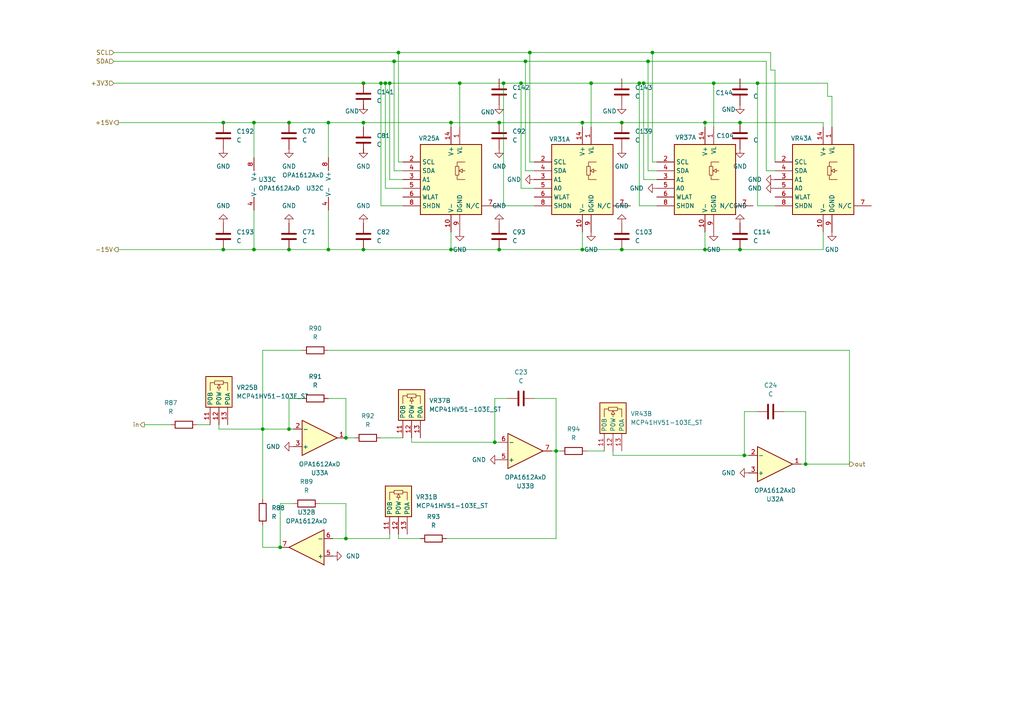
<source format=kicad_sch>
(kicad_sch (version 20250114) (generator "eeschema") (generator_version "9.0")
  (paper "A4")
  (lib_symbols
    (symbol "Amplifier_Operational:OPA1612AxD" (pin_names (offset 0.127))
      (property "Reference" "U" (at 0 5.08 0))
      (property "Value" "OPA1612AxD" (at 0 -5.08 0))
      (symbol "OPA1612AxD_1_1"
        (polyline (pts (xy -5.08 5.08) (xy 5.08 0) (xy -5.08 -5.08) (xy -5.08 5.08)) (stroke (width 0.254)) (fill (type background)))
        (pin input line (at -7.62 2.54 0) (length 2.54) (name "+") (number "3"))
        (pin input line (at -7.62 -2.54 0) (length 2.54) (name "-") (number "2"))
        (pin output line (at 7.62 0 180) (length 2.54) (name "~") (number "1"))
      )
      (symbol "OPA1612AxD_2_1"
        (polyline (pts (xy -5.08 5.08) (xy 5.08 0) (xy -5.08 -5.08) (xy -5.08 5.08)) (stroke (width 0.254)) (fill (type background)))
        (pin input line (at -7.62 2.54 0) (length 2.54) (name "+") (number "5"))
        (pin input line (at -7.62 -2.54 0) (length 2.54) (name "-") (number "6"))
        (pin output line (at 7.62 0 180) (length 2.54) (name "~") (number "7"))
      )
      (symbol "OPA1612AxD_3_1"
        (pin power_in line (at -2.54 7.62 270) (length 3.81) (name "V+") (number "8"))
        (pin power_in line (at -2.54 -7.62 90) (length 3.81) (name "V-") (number "4"))
      )
    )
    (symbol "Device:C" (pin_numbers (hide yes)) (pin_names (offset 0.254))
      (property "Reference" "C" (at 0.635 2.54 0))
      (property "Value" "C" (at 0.635 -2.54 0))
      (symbol "C_0_1"
        (polyline (pts (xy -2.032 0.762) (xy 2.032 0.762)) (stroke (width 0.508)))
        (polyline (pts (xy -2.032 -0.762) (xy 2.032 -0.762)) (stroke (width 0.508)))
      )
      (symbol "C_1_1"
        (pin passive line (at 0 3.81 270) (length 2.794) (name "~") (number "1"))
        (pin passive line (at 0 -3.81 90) (length 2.794) (name "~") (number "2"))
      )
    )
    (symbol "Device:R" (pin_numbers (hide yes)) (pin_names (offset 0))
      (property "Reference" "R" (at 2.032 0 90))
      (property "Value" "R" (at 0 0 90))
      (symbol "R_0_1"
        (rectangle (start -1.016 -2.54) (end 1.016 2.54) (stroke (width 0.254)))
      )
      (symbol "R_1_1"
        (pin passive line (at 0 3.81 270) (length 1.27) (name "~") (number "1"))
        (pin passive line (at 0 -3.81 90) (length 1.27) (name "~") (number "2"))
      )
    )
    (symbol "MCP41HV51-103E_ST:MCP41HV51-103E_ST"
      (property "Reference" "VR" (at 24.13 7.62 0))
      (property "Value" "MCP41HV51-103E_ST" (at 24.13 5.08 0))
      (symbol "MCP41HV51-103E_ST_0_1"
        (rectangle (start 15.24 -3.81) (end 16.256 -6.35))
        (polyline (pts (xy 15.748 -6.35) (xy 15.748 -7.62) (xy 18.034 -7.62)))
        (polyline (pts (xy 17.272 -4.572) (xy 16.256 -5.08) (xy 17.272 -5.588) (xy 17.272 -4.572)))
        (polyline (pts (xy 17.272 -5.08) (xy 18.034 -5.08)))
        (polyline (pts (xy 18.034 -2.54) (xy 15.748 -2.54) (xy 15.748 -3.81)))
      )
      (symbol "MCP41HV51-103E_ST_1_1"
        (rectangle (start 5.08 2.54) (end 22.86 -17.78) (stroke (width 0.254)) (fill (type background)))
        (pin passive line (at 0 -2.54 0) (length 5.08) (name "SCL") (number "2"))
        (pin passive line (at 0 -5.08 0) (length 5.08) (name "SDA") (number "4"))
        (pin passive line (at 0 -7.62 0) (length 5.08) (name "A1") (number "3"))
        (pin passive line (at 0 -10.16 0) (length 5.08) (name "A0") (number "5"))
        (pin passive line (at 0 -12.7 0) (length 5.08) (name "WLAT") (number "6"))
        (pin passive line (at 0 -15.24 0) (length 5.08) (name "SHDN") (number "8"))
        (pin passive line (at 13.97 7.62 270) (length 5.08) (name "V+") (number "14"))
        (pin passive line (at 13.97 -22.86 90) (length 5.08) (name "V-") (number "10"))
        (pin passive line (at 16.51 7.62 270) (length 5.08) (name "VL") (number "1"))
        (pin passive line (at 16.51 -22.86 90) (length 5.08) (name "DGND") (number "9"))
        (pin passive line (at 27.94 -15.24 180) (length 5.08) (name "N/C") (number "7"))
      )
      (symbol "MCP41HV51-103E_ST_2_1"
        (rectangle (start 13.97 -1.27) (end 22.86 -8.89) (stroke (width 0.254)) (fill (type background)))
        (pin passive line (at 27.94 -2.54 180) (length 5.08) (name "P0A") (number "13"))
        (pin passive line (at 27.94 -5.08 180) (length 5.08) (name "P0W") (number "12"))
        (pin passive line (at 27.94 -7.62 180) (length 5.08) (name "P0B") (number "11"))
      )
    )
    (symbol "power:GND" (power) (pin_numbers (hide yes)) (pin_names (offset 0) (hide yes))
      (property "Value" "GND" (at 0 -3.81 0))
      (symbol "GND_0_1"
        (polyline (pts (xy 0 0) (xy 0 -1.27) (xy 1.27 -1.27) (xy 0 -2.54) (xy -1.27 -1.27) (xy 0 -1.27)))
      )
      (symbol "GND_1_1"
        (pin power_in line (at 0 0 270) (length 0) (name "~") (number "1"))
      )
    )
  )
  (junction (at 73.66 72.39))
  (junction (at 95.25 72.39))
  (junction (at 105.41 24.13))
  (junction (at 187.96 17.78))
  (junction (at 207.01 24.13))
  (junction (at 105.41 72.39))
  (junction (at 64.77 72.39))
  (junction (at 114.3 17.78))
  (junction (at 95.25 35.56))
  (junction (at 110.49 24.13))
  (junction (at 143.51 128.27))
  (junction (at 83.82 35.56))
  (junction (at 100.33 127))
  (junction (at 64.77 35.56))
  (junction (at 161.29 130.81))
  (junction (at 73.66 35.56))
  (junction (at 76.2 124.46))
  (junction (at 100.33 156.21))
  (junction (at 152.4 17.78))
  (junction (at 180.34 72.39))
  (junction (at 219.71 24.13))
  (junction (at 146.05 24.13))
  (junction (at 105.41 35.56))
  (junction (at 189.23 15.24))
  (junction (at 185.42 24.13))
  (junction (at 115.57 15.24))
  (junction (at 233.68 134.62))
  (junction (at 133.35 24.13))
  (junction (at 168.91 72.39))
  (junction (at 186.69 24.13))
  (junction (at 113.03 24.13))
  (junction (at 180.34 35.56))
  (junction (at 168.91 35.56))
  (junction (at 204.47 72.39))
  (junction (at 111.76 24.13))
  (junction (at 215.9 132.08))
  (junction (at 171.45 24.13))
  (junction (at 83.82 72.39))
  (junction (at 214.63 72.39))
  (junction (at 81.28 158.75))
  (junction (at 144.78 35.56))
  (junction (at 151.13 24.13))
  (junction (at 204.47 35.56))
  (junction (at 144.78 72.39))
  (junction (at 214.63 35.56))
  (junction (at 130.81 35.56))
  (junction (at 130.81 72.39))
  (junction (at 83.82 124.46))
  (junction (at 153.67 15.24))
  (wire (pts (xy 151.13 24.13) (xy 171.45 24.13)))
  (wire (pts (xy 114.3 49.53) (xy 114.3 17.78)))
  (wire (pts (xy 83.82 72.39) (xy 95.25 72.39)))
  (wire (pts (xy 110.49 127) (xy 116.84 127)))
  (wire (pts (xy 34.29 35.56) (xy 64.77 35.56)))
  (wire (pts (xy 224.79 20.32) (xy 224.79 46.99)))
  (wire (pts (xy 105.41 35.56) (xy 95.25 35.56)))
  (wire (pts (xy 233.68 134.62) (xy 246.38 134.62)))
  (wire (pts (xy 100.33 127) (xy 102.87 127)))
  (wire (pts (xy 219.71 24.13) (xy 240.03 24.13)))
  (wire (pts (xy 105.41 36.83) (xy 105.41 35.56)))
  (wire (pts (xy 152.4 17.78) (xy 114.3 17.78)))
  (wire (pts (xy 133.35 24.13) (xy 146.05 24.13)))
  (wire (pts (xy 113.03 154.94) (xy 113.03 156.21)))
  (wire (pts (xy 83.82 115.57) (xy 83.82 124.46)))
  (wire (pts (xy 223.52 20.32) (xy 223.52 15.24)))
  (wire (pts (xy 161.29 130.81) (xy 161.29 156.21)))
  (wire (pts (xy 63.5 124.46) (xy 76.2 124.46)))
  (wire (pts (xy 214.63 72.39) (xy 238.76 72.39)))
  (wire (pts (xy 114.3 17.78) (xy 33.02 17.78)))
  (wire (pts (xy 76.2 124.46) (xy 76.2 144.78)))
  (wire (pts (xy 177.8 130.81) (xy 177.8 132.08)))
  (wire (pts (xy 116.84 52.07) (xy 113.03 52.07)))
  (wire (pts (xy 81.28 158.75) (xy 81.28 146.05)))
  (wire (pts (xy 130.81 35.56) (xy 130.81 36.83)))
  (wire (pts (xy 154.94 59.69) (xy 146.05 59.69)))
  (wire (pts (xy 152.4 49.53) (xy 152.4 17.78)))
  (wire (pts (xy 219.71 119.38) (xy 215.9 119.38)))
  (wire (pts (xy 240.03 24.13) (xy 240.03 27.94)))
  (wire (pts (xy 190.5 52.07) (xy 186.69 52.07)))
  (wire (pts (xy 170.18 130.81) (xy 175.26 130.81)))
  (wire (pts (xy 222.25 17.78) (xy 187.96 17.78)))
  (wire (pts (xy 143.51 128.27) (xy 144.78 128.27)))
  (wire (pts (xy 233.68 134.62) (xy 233.68 119.38)))
  (wire (pts (xy 207.01 24.13) (xy 219.71 24.13)))
  (wire (pts (xy 153.67 46.99) (xy 153.67 15.24)))
  (wire (pts (xy 223.52 15.24) (xy 189.23 15.24)))
  (wire (pts (xy 110.49 59.69) (xy 110.49 24.13)))
  (wire (pts (xy 160.02 130.81) (xy 161.29 130.81)))
  (wire (pts (xy 144.78 35.56) (xy 130.81 35.56)))
  (wire (pts (xy 63.5 124.46) (xy 63.5 123.19)))
  (wire (pts (xy 111.76 24.13) (xy 113.03 24.13)))
  (wire (pts (xy 83.82 35.56) (xy 95.25 35.56)))
  (wire (pts (xy 87.63 115.57) (xy 83.82 115.57)))
  (wire (pts (xy 73.66 60.96) (xy 73.66 72.39)))
  (wire (pts (xy 100.33 156.21) (xy 96.52 156.21)))
  (wire (pts (xy 116.84 59.69) (xy 110.49 59.69)))
  (wire (pts (xy 119.38 127) (xy 119.38 128.27)))
  (wire (pts (xy 168.91 67.31) (xy 168.91 72.39)))
  (wire (pts (xy 115.57 156.21) (xy 121.92 156.21)))
  (wire (pts (xy 154.94 49.53) (xy 152.4 49.53)))
  (wire (pts (xy 130.81 35.56) (xy 105.41 35.56)))
  (wire (pts (xy 187.96 17.78) (xy 152.4 17.78)))
  (wire (pts (xy 130.81 67.31) (xy 130.81 72.39)))
  (wire (pts (xy 147.32 115.57) (xy 143.51 115.57)))
  (wire (pts (xy 204.47 67.31) (xy 204.47 72.39)))
  (wire (pts (xy 222.25 49.53) (xy 222.25 17.78)))
  (wire (pts (xy 214.63 35.56) (xy 238.76 35.56)))
  (wire (pts (xy 190.5 59.69) (xy 185.42 59.69)))
  (wire (pts (xy 241.3 27.94) (xy 241.3 36.83)))
  (wire (pts (xy 83.82 124.46) (xy 76.2 124.46)))
  (wire (pts (xy 116.84 49.53) (xy 114.3 49.53)))
  (wire (pts (xy 87.63 101.6) (xy 76.2 101.6)))
  (wire (pts (xy 100.33 146.05) (xy 100.33 156.21)))
  (wire (pts (xy 110.49 24.13) (xy 111.76 24.13)))
  (wire (pts (xy 238.76 36.83) (xy 238.76 35.56)))
  (wire (pts (xy 105.41 24.13) (xy 110.49 24.13)))
  (wire (pts (xy 95.25 72.39) (xy 105.41 72.39)))
  (wire (pts (xy 161.29 130.81) (xy 161.29 115.57)))
  (wire (pts (xy 144.78 35.56) (xy 168.91 35.56)))
  (wire (pts (xy 204.47 72.39) (xy 214.63 72.39)))
  (wire (pts (xy 113.03 52.07) (xy 113.03 24.13)))
  (wire (pts (xy 113.03 156.21) (xy 100.33 156.21)))
  (wire (pts (xy 115.57 15.24) (xy 33.02 15.24)))
  (wire (pts (xy 73.66 72.39) (xy 64.77 72.39)))
  (wire (pts (xy 119.38 128.27) (xy 143.51 128.27)))
  (wire (pts (xy 100.33 127) (xy 100.33 115.57)))
  (wire (pts (xy 64.77 72.39) (xy 34.29 72.39)))
  (wire (pts (xy 143.51 115.57) (xy 143.51 128.27)))
  (wire (pts (xy 215.9 132.08) (xy 217.17 132.08)))
  (wire (pts (xy 146.05 24.13) (xy 151.13 24.13)))
  (wire (pts (xy 161.29 115.57) (xy 154.94 115.57)))
  (wire (pts (xy 171.45 24.13) (xy 185.42 24.13)))
  (wire (pts (xy 238.76 67.31) (xy 238.76 72.39)))
  (wire (pts (xy 224.79 59.69) (xy 219.71 59.69)))
  (wire (pts (xy 189.23 15.24) (xy 153.67 15.24)))
  (wire (pts (xy 180.34 35.56) (xy 204.47 35.56)))
  (wire (pts (xy 73.66 35.56) (xy 73.66 45.72)))
  (wire (pts (xy 105.41 72.39) (xy 130.81 72.39)))
  (wire (pts (xy 33.02 24.13) (xy 105.41 24.13)))
  (wire (pts (xy 116.84 54.61) (xy 111.76 54.61)))
  (wire (pts (xy 232.41 134.62) (xy 233.68 134.62)))
  (wire (pts (xy 223.52 20.32) (xy 224.79 20.32)))
  (wire (pts (xy 189.23 46.99) (xy 189.23 15.24)))
  (wire (pts (xy 187.96 49.53) (xy 187.96 17.78)))
  (wire (pts (xy 168.91 35.56) (xy 180.34 35.56)))
  (wire (pts (xy 171.45 24.13) (xy 171.45 36.83)))
  (wire (pts (xy 207.01 24.13) (xy 207.01 36.83)))
  (wire (pts (xy 130.81 72.39) (xy 144.78 72.39)))
  (wire (pts (xy 76.2 152.4) (xy 76.2 158.75)))
  (wire (pts (xy 161.29 130.81) (xy 162.56 130.81)))
  (wire (pts (xy 177.8 132.08) (xy 215.9 132.08)))
  (wire (pts (xy 95.25 101.6) (xy 246.38 101.6)))
  (wire (pts (xy 219.71 59.69) (xy 219.71 24.13)))
  (wire (pts (xy 204.47 35.56) (xy 214.63 35.56)))
  (wire (pts (xy 154.94 54.61) (xy 151.13 54.61)))
  (wire (pts (xy 189.23 46.99) (xy 190.5 46.99)))
  (wire (pts (xy 129.54 156.21) (xy 161.29 156.21)))
  (wire (pts (xy 233.68 119.38) (xy 227.33 119.38)))
  (wire (pts (xy 246.38 134.62) (xy 246.38 101.6)))
  (wire (pts (xy 111.76 54.61) (xy 111.76 24.13)))
  (wire (pts (xy 185.42 24.13) (xy 186.69 24.13)))
  (wire (pts (xy 144.78 72.39) (xy 168.91 72.39)))
  (wire (pts (xy 153.67 46.99) (xy 154.94 46.99)))
  (wire (pts (xy 81.28 146.05) (xy 85.09 146.05)))
  (wire (pts (xy 168.91 36.83) (xy 168.91 35.56)))
  (wire (pts (xy 85.09 124.46) (xy 83.82 124.46)))
  (wire (pts (xy 105.41 44.45) (xy 105.41 43.18)))
  (wire (pts (xy 185.42 59.69) (xy 185.42 24.13)))
  (wire (pts (xy 186.69 52.07) (xy 186.69 24.13)))
  (wire (pts (xy 113.03 24.13) (xy 133.35 24.13)))
  (wire (pts (xy 146.05 59.69) (xy 146.05 24.13)))
  (wire (pts (xy 95.25 35.56) (xy 95.25 45.72)))
  (wire (pts (xy 76.2 101.6) (xy 76.2 124.46)))
  (wire (pts (xy 41.91 123.19) (xy 49.53 123.19)))
  (wire (pts (xy 115.57 46.99) (xy 116.84 46.99)))
  (wire (pts (xy 100.33 115.57) (xy 95.25 115.57)))
  (wire (pts (xy 186.69 24.13) (xy 207.01 24.13)))
  (wire (pts (xy 168.91 72.39) (xy 180.34 72.39)))
  (wire (pts (xy 92.71 146.05) (xy 100.33 146.05)))
  (wire (pts (xy 190.5 49.53) (xy 187.96 49.53)))
  (wire (pts (xy 151.13 54.61) (xy 151.13 24.13)))
  (wire (pts (xy 153.67 15.24) (xy 115.57 15.24)))
  (wire (pts (xy 76.2 158.75) (xy 81.28 158.75)))
  (wire (pts (xy 215.9 119.38) (xy 215.9 132.08)))
  (wire (pts (xy 95.25 60.96) (xy 95.25 72.39)))
  (wire (pts (xy 115.57 46.99) (xy 115.57 15.24)))
  (wire (pts (xy 64.77 35.56) (xy 73.66 35.56)))
  (wire (pts (xy 180.34 72.39) (xy 204.47 72.39)))
  (wire (pts (xy 204.47 35.56) (xy 204.47 36.83)))
  (wire (pts (xy 240.03 27.94) (xy 241.3 27.94)))
  (wire (pts (xy 73.66 35.56) (xy 83.82 35.56)))
  (wire (pts (xy 224.79 49.53) (xy 222.25 49.53)))
  (wire (pts (xy 115.57 154.94) (xy 115.57 156.21)))
  (wire (pts (xy 57.15 123.19) (xy 60.96 123.19)))
  (wire (pts (xy 73.66 72.39) (xy 83.82 72.39)))
  (wire (pts (xy 133.35 24.13) (xy 133.35 36.83)))
  (hierarchical_label "+3V3" (shape input) (at 33.02 24.13 180))
  (hierarchical_label "SCL" (shape input) (at 33.02 15.24 180))
  (hierarchical_label "out" (shape output) (at 246.38 134.62 0))
  (hierarchical_label "SDA" (shape input) (at 33.02 17.78 180))
  (hierarchical_label "-15V" (shape output) (at 34.29 72.39 180))
  (hierarchical_label "in" (shape output) (at 41.91 123.19 180))
  (hierarchical_label "+15V" (shape output) (at 34.29 35.56 180))
  (symbol (lib_id "Device:R") (at 125.73 156.21 90) (unit 1)
    (property "Reference" "R93" (at 125.73 149.86 90))
    (property "Value" "R" (at 125.73 152.4 90))
    (property "Footprint" "Resistor_SMD:R_MiniMELF_MMA-0204" (effects (hide yes)))
    (property "Description" "Resistor" (effects (hide yes)))
    (instances (project "KICAD PEQ" (path "" (reference "R93") (unit 1)) (path "" (reference "R101") (unit 1))))
  )
  (symbol (lib_id "power:GND") (at 105.41 64.77 180) (unit 1)
    (property "Reference" "#PWR0200" (effects (hide yes)))
    (property "Value" "GND" (at 105.41 59.69 0))
    (property "Description" "Power symbol creates a global label with name \"GND\" , ground" (effects (hide yes)))
    (instances (project "KICAD PEQ" (path "" (reference "#PWR0200") (unit 1)) (path "" (reference "#PWR0252") (unit 1))))
  )
  (symbol (lib_id "Device:C") (at 144.78 39.37 0) (unit 1)
    (property "Reference" "C92" (at 148.59 38.0999 0) (effects (justify left)))
    (property "Value" "C" (at 148.59 40.6399 0) (effects (justify left)))
    (property "Footprint" "Capacitor_SMD:C_0805_2012Metric" (effects (hide yes)))
    (property "Description" "Unpolarized capacitor" (effects (hide yes)))
    (instances (project "KICAD PEQ" (path "" (reference "C92") (unit 1)) (path "" (reference "C130") (unit 1))))
  )
  (symbol (lib_id "Device:C") (at 83.82 39.37 0) (unit 1)
    (property "Reference" "C70" (at 87.63 38.0999 0) (effects (justify left)))
    (property "Value" "C" (at 87.63 40.6399 0) (effects (justify left)))
    (property "Footprint" "Capacitor_SMD:C_0805_2012Metric" (effects (hide yes)))
    (property "Description" "Unpolarized capacitor" (effects (hide yes)))
    (instances (project "KICAD PEQ" (path "" (reference "C70") (unit 1)) (path "" (reference "C126") (unit 1))))
  )
  (symbol (lib_id "power:GND") (at 180.34 64.77 180) (unit 1)
    (property "Reference" "#PWR0224" (effects (hide yes)))
    (property "Value" "GND" (at 180.34 59.69 0))
    (property "Description" "Power symbol creates a global label with name \"GND\" , ground" (effects (hide yes)))
    (instances (project "KICAD PEQ" (path "" (reference "#PWR0224") (unit 1)) (path "" (reference "#PWR0256") (unit 1))))
  )
  (symbol (lib_id "power:GND") (at 96.52 161.29 90) (unit 1)
    (property "Reference" "#PWR052" (effects (hide yes)))
    (property "Value" "GND" (at 100.33 161.2899 90) (effects (justify right)))
    (property "Description" "Power symbol creates a global label with name \"GND\" , ground" (effects (hide yes)))
    (instances (project "KICAD PEQ" (path "" (reference "#PWR052") (unit 1)) (path "" (reference "#PWR056") (unit 1))))
  )
  (symbol (lib_id "Device:R") (at 91.44 101.6 90) (unit 1)
    (property "Reference" "R90" (at 91.44 95.25 90))
    (property "Value" "R" (at 91.44 97.79 90))
    (property "Footprint" "Resistor_SMD:R_MiniMELF_MMA-0204" (effects (hide yes)))
    (property "Description" "Resistor" (effects (hide yes)))
    (instances (project "KICAD PEQ" (path "" (reference "R90") (unit 1)) (path "" (reference "R98") (unit 1))))
  )
  (symbol (lib_id "MCP41HV51-103E_ST:MCP41HV51-103E_ST") (at 116.84 44.45 0) (unit 1)
    (property "Reference" "VR25" (at 124.46 40.132 0))
    (property "Value" "MCP41HV51-103E_ST" (effects (hide yes)))
    (property "Footprint" "components:SOP65P640X120-14N" (effects (hide yes)))
    (property "Datasheet" "https://componentsearchengine.com/Datasheets/2/MCP41HV51-103E_ST.pdf" (effects (hide yes)))
    (property "Description" "MCP41HV51-103E/ST, Digital Potentiometer 10k 256-Position Serial-SPI 14-Pin TSSOP" (effects (hide yes)))
    (property "Height" "1.2" (effects (hide yes)))
    (property "Mouser Part Number" "579-MCP41HV51-103EST" (effects (hide yes)))
    (property "Mouser Price/Stock" "https://www.mouser.co.uk/ProductDetail/Microchip-Technology/MCP41HV51-103E-ST?qs=zOnbk8%2FsRx46P8R1xF6YQA%3D%3D" (effects (hide yes)))
    (property "Manufacturer_Name" "Microchip" (effects (hide yes)))
    (property "Manufacturer_Part_Number" "MCP41HV51-103E/ST" (effects (hide yes)))
    (instances (project "KICAD PEQ" (path "" (reference "VR25") (unit 1)) (path "" (reference "VR29") (unit 1))))
  )
  (symbol (lib_id "Amplifier_Operational:OPA1612AxD") (at 76.2 53.34 0) (unit 3)
    (property "Reference" "U33" (at 74.93 52.0699 0) (effects (justify left)))
    (property "Value" "OPA1612AxD" (at 74.93 54.6099 0) (effects (justify left)))
    (property "Footprint" "Package_SO:SOIC-8_5.3x6.2mm_P1.27mm" (effects (hide yes)))
    (property "Datasheet" "http://www.ti.com/lit/ds/symlink/opa1612.pdf" (effects (hide yes)))
    (property "Description" "Dual SoundPlus High Performance, Bipolar-Input Audio Operational Amplifiers, SOIC-8" (effects (hide yes)))
    (instances (project "KICAD PEQ" (path "" (reference "U33") (unit 3)) (path "" (reference "U36") (unit 3))))
  )
  (symbol (lib_id "power:GND") (at 224.79 52.07 270) (unit 1)
    (property "Reference" "#PWR0131" (effects (hide yes)))
    (property "Value" "GND" (at 220.98 52.0699 90) (effects (justify right)))
    (property "Description" "Power symbol creates a global label with name \"GND\" , ground" (effects (hide yes)))
    (instances (project "KICAD PEQ" (path "" (reference "#PWR0131") (unit 1)) (path "" (reference "#PWR0133") (unit 1))))
  )
  (symbol (lib_id "power:GND") (at 154.94 52.07 270) (unit 1)
    (property "Reference" "#PWR0127" (effects (hide yes)))
    (property "Value" "GND" (at 151.13 52.0699 90) (effects (justify right)))
    (property "Description" "Power symbol creates a global label with name \"GND\" , ground" (effects (hide yes)))
    (instances (project "KICAD PEQ" (path "" (reference "#PWR0127") (unit 1)) (path "" (reference "#PWR0128") (unit 1))))
  )
  (symbol (lib_id "power:GND") (at 224.79 54.61 270) (unit 1)
    (property "Reference" "#PWR0132" (effects (hide yes)))
    (property "Value" "GND" (at 220.98 54.6099 90) (effects (justify right)))
    (property "Description" "Power symbol creates a global label with name \"GND\" , ground" (effects (hide yes)))
    (instances (project "KICAD PEQ" (path "" (reference "#PWR0132") (unit 1)) (path "" (reference "#PWR0134") (unit 1))))
  )
  (symbol (lib_id "power:GND") (at 214.63 43.18 0) (unit 1)
    (property "Reference" "#PWR0235" (effects (hide yes)))
    (property "Value" "GND" (at 214.63 48.26 0))
    (property "Description" "Power symbol creates a global label with name \"GND\" , ground" (effects (hide yes)))
    (instances (project "KICAD PEQ" (path "" (reference "#PWR0235") (unit 1)) (path "" (reference "#PWR0257") (unit 1))))
  )
  (symbol (lib_id "Device:C") (at 180.34 26.67 0) (unit 1)
    (property "Reference" "C143" (at 184.15 25.3999 0) (effects (justify left)))
    (property "Value" "C" (at 184.15 27.9399 0) (effects (justify left)))
    (property "Footprint" "Capacitor_SMD:C_0805_2012Metric" (effects (hide yes)))
    (property "Description" "Unpolarized capacitor" (effects (hide yes)))
    (instances (project "KICAD PEQ" (path "" (reference "C143") (unit 1)) (path "" (reference "C147") (unit 1))))
  )
  (symbol (lib_id "power:GND") (at 180.34 30.48 0) (unit 1)
    (property "Reference" "#PWR0259" (effects (hide yes)))
    (property "Value" "GND" (at 176.784 32.258 0))
    (property "Description" "Power symbol creates a global label with name \"GND\" , ground" (effects (hide yes)))
    (instances (project "KICAD PEQ" (path "" (reference "#PWR0259") (unit 1)) (path "" (reference "#PWR0263") (unit 1))))
  )
  (symbol (lib_id "Device:C") (at 105.41 40.64 0) (unit 1)
    (property "Reference" "C81" (at 109.22 39.3699 0) (effects (justify left)))
    (property "Value" "C" (at 109.22 41.9099 0) (effects (justify left)))
    (property "Footprint" "Capacitor_SMD:C_0805_2012Metric" (effects (hide yes)))
    (property "Description" "Unpolarized capacitor" (effects (hide yes)))
    (instances (project "KICAD PEQ" (path "" (reference "C81") (unit 1)) (path "" (reference "C128") (unit 1))))
  )
  (symbol (lib_id "Device:C") (at 151.13 115.57 90) (unit 1)
    (property "Reference" "C23" (at 151.13 107.95 90))
    (property "Value" "C" (at 151.13 110.49 90))
    (property "Footprint" "Capacitor_SMD:C_0805_2012Metric" (effects (hide yes)))
    (property "Description" "Unpolarized capacitor" (effects (hide yes)))
    (instances (project "KICAD PEQ" (path "" (reference "C23") (unit 1)) (path "" (reference "C25") (unit 1))))
  )
  (symbol (lib_id "power:GND") (at 217.17 137.16 270) (unit 1)
    (property "Reference" "#PWR054" (effects (hide yes)))
    (property "Value" "GND" (at 213.36 137.1599 90) (effects (justify right)))
    (property "Description" "Power symbol creates a global label with name \"GND\" , ground" (effects (hide yes)))
    (instances (project "KICAD PEQ" (path "" (reference "#PWR054") (unit 1)) (path "" (reference "#PWR058") (unit 1))))
  )
  (symbol (lib_id "power:GND") (at 190.5 54.61 270) (unit 1)
    (property "Reference" "#PWR0129" (effects (hide yes)))
    (property "Value" "GND" (at 186.69 54.6099 90) (effects (justify right)))
    (property "Description" "Power symbol creates a global label with name \"GND\" , ground" (effects (hide yes)))
    (instances (project "KICAD PEQ" (path "" (reference "#PWR0129") (unit 1)) (path "" (reference "#PWR0130") (unit 1))))
  )
  (symbol (lib_id "Device:C") (at 64.77 39.37 0) (unit 1)
    (property "Reference" "C192" (at 68.58 38.0999 0) (effects (justify left)))
    (property "Value" "C" (at 68.58 40.6399 0) (effects (justify left)))
    (property "Footprint" "Capacitor_SMD:C_0805_2012Metric" (effects (hide yes)))
    (property "Description" "Unpolarized capacitor" (effects (hide yes)))
    (instances (project "KICAD PEQ" (path "" (reference "C192") (unit 1)) (path "" (reference "C194") (unit 1))))
  )
  (symbol (lib_id "Device:R") (at 106.68 127 90) (unit 1)
    (property "Reference" "R92" (at 106.68 120.65 90))
    (property "Value" "R" (at 106.68 123.19 90))
    (property "Footprint" "Resistor_SMD:R_MiniMELF_MMA-0204" (effects (hide yes)))
    (property "Description" "Resistor" (effects (hide yes)))
    (instances (project "KICAD PEQ" (path "" (reference "R92") (unit 1)) (path "" (reference "R100") (unit 1))))
  )
  (symbol (lib_id "Amplifier_Operational:OPA1612AxD") (at 97.79 53.34 0) (unit 3)
    (property "Reference" "U32" (at 93.98 54.6101 0) (effects (justify right)))
    (property "Value" "OPA1612AxD" (at 93.98 50.8001 0) (effects (justify right)))
    (property "Footprint" "Package_SO:SOIC-8_5.3x6.2mm_P1.27mm" (effects (hide yes)))
    (property "Datasheet" "http://www.ti.com/lit/ds/symlink/opa1612.pdf" (effects (hide yes)))
    (property "Description" "Dual SoundPlus High Performance, Bipolar-Input Audio Operational Amplifiers, SOIC-8" (effects (hide yes)))
    (instances (project "KICAD PEQ" (path "" (reference "U32") (unit 3)) (path "" (reference "U35") (unit 3))))
  )
  (symbol (lib_id "power:GND") (at 180.34 43.18 0) (unit 1)
    (property "Reference" "#PWR0223" (effects (hide yes)))
    (property "Value" "GND" (at 180.34 48.26 0))
    (property "Description" "Power symbol creates a global label with name \"GND\" , ground" (effects (hide yes)))
    (instances (project "KICAD PEQ" (path "" (reference "#PWR0223") (unit 1)) (path "" (reference "#PWR0255") (unit 1))))
  )
  (symbol (lib_id "power:GND") (at 144.78 133.35 270) (unit 1)
    (property "Reference" "#PWR053" (effects (hide yes)))
    (property "Value" "GND" (at 140.97 133.3499 90) (effects (justify right)))
    (property "Description" "Power symbol creates a global label with name \"GND\" , ground" (effects (hide yes)))
    (instances (project "KICAD PEQ" (path "" (reference "#PWR053") (unit 1)) (path "" (reference "#PWR057") (unit 1))))
  )
  (symbol (lib_id "power:GND") (at 105.41 30.48 0) (unit 1)
    (property "Reference" "#PWR0247" (effects (hide yes)))
    (property "Value" "GND" (at 102.108 32.258 0))
    (property "Description" "Power symbol creates a global label with name \"GND\" , ground" (effects (hide yes)))
    (instances (project "KICAD PEQ" (path "" (reference "#PWR0247") (unit 1)) (path "" (reference "#PWR0261") (unit 1))))
  )
  (symbol (lib_id "Device:C") (at 214.63 68.58 0) (unit 1)
    (property "Reference" "C114" (at 218.44 67.3099 0) (effects (justify left)))
    (property "Value" "C" (at 218.44 69.8499 0) (effects (justify left)))
    (property "Footprint" "Capacitor_SMD:C_0805_2012Metric" (effects (hide yes)))
    (property "Description" "Unpolarized capacitor" (effects (hide yes)))
    (instances (project "KICAD PEQ" (path "" (reference "C114") (unit 1)) (path "" (reference "C134") (unit 1))))
  )
  (symbol (lib_id "power:GND") (at 241.3 67.31 0) (unit 1)
    (property "Reference" "#PWR092" (effects (hide yes)))
    (property "Value" "GND" (at 241.3 72.39 0))
    (property "Description" "Power symbol creates a global label with name \"GND\" , ground" (effects (hide yes)))
    (instances (project "KICAD PEQ" (path "" (reference "#PWR092") (unit 1)) (path "" (reference "#PWR096") (unit 1))))
  )
  (symbol (lib_id "Amplifier_Operational:OPA1612AxD") (at 152.4 130.81 0) (mirror x) (unit 2)
    (property "Reference" "U33" (at 152.4 140.97 0))
    (property "Value" "OPA1612AxD" (at 152.4 138.43 0))
    (property "Footprint" "Package_SO:SOIC-8_5.3x6.2mm_P1.27mm" (effects (hide yes)))
    (property "Datasheet" "http://www.ti.com/lit/ds/symlink/opa1612.pdf" (effects (hide yes)))
    (property "Description" "Dual SoundPlus High Performance, Bipolar-Input Audio Operational Amplifiers, SOIC-8" (effects (hide yes)))
    (instances (project "KICAD PEQ" (path "" (reference "U33") (unit 2)) (path "" (reference "U36") (unit 2))))
  )
  (symbol (lib_id "MCP41HV51-103E_ST:MCP41HV51-103E_ST") (at 154.94 44.45 0) (unit 1)
    (property "Reference" "VR31" (at 162.306 40.386 0))
    (property "Value" "MCP41HV51-103E_ST" (effects (hide yes)))
    (property "Footprint" "components:SOP65P640X120-14N" (effects (hide yes)))
    (property "Datasheet" "https://componentsearchengine.com/Datasheets/2/MCP41HV51-103E_ST.pdf" (effects (hide yes)))
    (property "Description" "MCP41HV51-103E/ST, Digital Potentiometer 10k 256-Position Serial-SPI 14-Pin TSSOP" (effects (hide yes)))
    (property "Height" "1.2" (effects (hide yes)))
    (property "Mouser Part Number" "579-MCP41HV51-103EST" (effects (hide yes)))
    (property "Mouser Price/Stock" "https://www.mouser.co.uk/ProductDetail/Microchip-Technology/MCP41HV51-103E-ST?qs=zOnbk8%2FsRx46P8R1xF6YQA%3D%3D" (effects (hide yes)))
    (property "Manufacturer_Name" "Microchip" (effects (hide yes)))
    (property "Manufacturer_Part_Number" "MCP41HV51-103E/ST" (effects (hide yes)))
    (instances (project "KICAD PEQ" (path "" (reference "VR31") (unit 1)) (path "" (reference "VR35") (unit 1))))
  )
  (symbol (lib_id "power:GND") (at 105.41 43.18 0) (unit 1)
    (property "Reference" "#PWR0199" (effects (hide yes)))
    (property "Value" "GND" (at 105.41 48.26 0))
    (property "Description" "Power symbol creates a global label with name \"GND\" , ground" (effects (hide yes)))
    (instances (project "KICAD PEQ" (path "" (reference "#PWR0199") (unit 1)) (path "" (reference "#PWR0251") (unit 1))))
  )
  (symbol (lib_id "Device:C") (at 105.41 68.58 0) (unit 1)
    (property "Reference" "C82" (at 109.22 67.3099 0) (effects (justify left)))
    (property "Value" "C" (at 109.22 69.8499 0) (effects (justify left)))
    (property "Footprint" "Capacitor_SMD:C_0805_2012Metric" (effects (hide yes)))
    (property "Description" "Unpolarized capacitor" (effects (hide yes)))
    (instances (project "KICAD PEQ" (path "" (reference "C82") (unit 1)) (path "" (reference "C129") (unit 1))))
  )
  (symbol (lib_id "Device:C") (at 180.34 68.58 0) (unit 1)
    (property "Reference" "C103" (at 184.15 67.3099 0) (effects (justify left)))
    (property "Value" "C" (at 184.15 69.8499 0) (effects (justify left)))
    (property "Footprint" "Capacitor_SMD:C_0805_2012Metric" (effects (hide yes)))
    (property "Description" "Unpolarized capacitor" (effects (hide yes)))
    (instances (project "KICAD PEQ" (path "" (reference "C103") (unit 1)) (path "" (reference "C132") (unit 1))))
  )
  (symbol (lib_id "Device:C") (at 223.52 119.38 90) (unit 1)
    (property "Reference" "C24" (at 223.52 111.76 90))
    (property "Value" "C" (at 223.52 114.3 90))
    (property "Footprint" "Capacitor_SMD:C_0805_2012Metric" (effects (hide yes)))
    (property "Description" "Unpolarized capacitor" (effects (hide yes)))
    (instances (project "KICAD PEQ" (path "" (reference "C24") (unit 1)) (path "" (reference "C26") (unit 1))))
  )
  (symbol (lib_id "MCP41HV51-103E_ST:MCP41HV51-103E_ST") (at 224.79 44.45 0) (unit 1)
    (property "Reference" "VR43" (at 232.41 40.132 0))
    (property "Value" "MCP41HV51-103E_ST" (effects (hide yes)))
    (property "Footprint" "components:SOP65P640X120-14N" (effects (hide yes)))
    (property "Datasheet" "https://componentsearchengine.com/Datasheets/2/MCP41HV51-103E_ST.pdf" (effects (hide yes)))
    (property "Description" "MCP41HV51-103E/ST, Digital Potentiometer 10k 256-Position Serial-SPI 14-Pin TSSOP" (effects (hide yes)))
    (property "Height" "1.2" (effects (hide yes)))
    (property "Mouser Part Number" "579-MCP41HV51-103EST" (effects (hide yes)))
    (property "Mouser Price/Stock" "https://www.mouser.co.uk/ProductDetail/Microchip-Technology/MCP41HV51-103E-ST?qs=zOnbk8%2FsRx46P8R1xF6YQA%3D%3D" (effects (hide yes)))
    (property "Manufacturer_Name" "Microchip" (effects (hide yes)))
    (property "Manufacturer_Part_Number" "MCP41HV51-103E/ST" (effects (hide yes)))
    (instances (project "KICAD PEQ" (path "" (reference "VR43") (unit 1)) (path "" (reference "VR47") (unit 1))))
  )
  (symbol (lib_id "power:GND") (at 83.82 64.77 180) (unit 1)
    (property "Reference" "#PWR0188" (effects (hide yes)))
    (property "Value" "GND" (at 83.82 59.69 0))
    (property "Description" "Power symbol creates a global label with name \"GND\" , ground" (effects (hide yes)))
    (instances (project "KICAD PEQ" (path "" (reference "#PWR0188") (unit 1)) (path "" (reference "#PWR0250") (unit 1))))
  )
  (symbol (lib_id "Device:R") (at 88.9 146.05 90) (unit 1)
    (property "Reference" "R89" (at 88.9 139.7 90))
    (property "Value" "R" (at 88.9 142.24 90))
    (property "Footprint" "Resistor_SMD:R_MiniMELF_MMA-0204" (effects (hide yes)))
    (property "Description" "Resistor" (effects (hide yes)))
    (instances (project "KICAD PEQ" (path "" (reference "R89") (unit 1)) (path "" (reference "R97") (unit 1))))
  )
  (symbol (lib_id "power:GND") (at 214.63 64.77 180) (unit 1)
    (property "Reference" "#PWR0236" (effects (hide yes)))
    (property "Value" "GND" (at 214.63 59.69 0))
    (property "Description" "Power symbol creates a global label with name \"GND\" , ground" (effects (hide yes)))
    (instances (project "KICAD PEQ" (path "" (reference "#PWR0236") (unit 1)) (path "" (reference "#PWR0258") (unit 1))))
  )
  (symbol (lib_id "Amplifier_Operational:OPA1612AxD") (at 224.79 134.62 0) (mirror x) (unit 1)
    (property "Reference" "U32" (at 224.79 144.78 0))
    (property "Value" "OPA1612AxD" (at 224.79 142.24 0))
    (property "Footprint" "Package_SO:SOIC-8_5.3x6.2mm_P1.27mm" (effects (hide yes)))
    (property "Datasheet" "http://www.ti.com/lit/ds/symlink/opa1612.pdf" (effects (hide yes)))
    (property "Description" "Dual SoundPlus High Performance, Bipolar-Input Audio Operational Amplifiers, SOIC-8" (effects (hide yes)))
    (instances (project "KICAD PEQ" (path "" (reference "U32") (unit 1)) (path "" (reference "U35") (unit 1))))
  )
  (symbol (lib_id "Device:C") (at 180.34 39.37 0) (unit 1)
    (property "Reference" "C139" (at 184.15 38.0999 0) (effects (justify left)))
    (property "Value" "C" (at 184.15 40.6399 0) (effects (justify left)))
    (property "Footprint" "Capacitor_SMD:C_0805_2012Metric" (effects (hide yes)))
    (property "Description" "Unpolarized capacitor" (effects (hide yes)))
    (instances (project "KICAD PEQ" (path "" (reference "C139") (unit 1)) (path "" (reference "C140") (unit 1))))
  )
  (symbol (lib_id "Device:C") (at 105.41 27.94 0) (unit 1)
    (property "Reference" "C141" (at 109.22 26.6699 0) (effects (justify left)))
    (property "Value" "C" (at 109.22 29.2099 0) (effects (justify left)))
    (property "Footprint" "Capacitor_SMD:C_0805_2012Metric" (effects (hide yes)))
    (property "Description" "Unpolarized capacitor" (effects (hide yes)))
    (instances (project "KICAD PEQ" (path "" (reference "C141") (unit 1)) (path "" (reference "C145") (unit 1))))
  )
  (symbol (lib_id "Device:R") (at 166.37 130.81 90) (unit 1)
    (property "Reference" "R94" (at 166.37 124.46 90))
    (property "Value" "R" (at 166.37 127 90))
    (property "Footprint" "Resistor_SMD:R_MiniMELF_MMA-0204" (effects (hide yes)))
    (property "Description" "Resistor" (effects (hide yes)))
    (instances (project "KICAD PEQ" (path "" (reference "R94") (unit 1)) (path "" (reference "R102") (unit 1))))
  )
  (symbol (lib_id "MCP41HV51-103E_ST:MCP41HV51-103E_ST") (at 182.88 102.87 270) (unit 2)
    (property "Reference" "VR43" (at 182.88 120.0149 90) (effects (justify left)))
    (property "Value" "MCP41HV51-103E_ST" (at 182.88 122.5549 90) (effects (justify left)))
    (property "Footprint" "components:SOP65P640X120-14N" (effects (hide yes)))
    (property "Datasheet" "https://componentsearchengine.com/Datasheets/2/MCP41HV51-103E_ST.pdf" (effects (hide yes)))
    (property "Description" "MCP41HV51-103E/ST, Digital Potentiometer 10k 256-Position Serial-SPI 14-Pin TSSOP" (effects (hide yes)))
    (property "Height" "1.2" (effects (hide yes)))
    (property "Mouser Part Number" "579-MCP41HV51-103EST" (effects (hide yes)))
    (property "Mouser Price/Stock" "https://www.mouser.co.uk/ProductDetail/Microchip-Technology/MCP41HV51-103E-ST?qs=zOnbk8%2FsRx46P8R1xF6YQA%3D%3D" (effects (hide yes)))
    (property "Manufacturer_Name" "Microchip" (effects (hide yes)))
    (property "Manufacturer_Part_Number" "MCP41HV51-103E/ST" (effects (hide yes)))
    (instances (project "KICAD PEQ" (path "" (reference "VR43") (unit 2)) (path "" (reference "VR47") (unit 2))))
  )
  (symbol (lib_id "Device:R") (at 53.34 123.19 90) (unit 1)
    (property "Reference" "R87" (at 49.53 116.84 90))
    (property "Value" "R" (at 49.53 119.38 90))
    (property "Footprint" "Resistor_SMD:R_MiniMELF_MMA-0204" (effects (hide yes)))
    (property "Description" "Resistor" (effects (hide yes)))
    (instances (project "KICAD PEQ" (path "" (reference "R87") (unit 1)) (path "" (reference "R95") (unit 1))))
  )
  (symbol (lib_id "Device:C") (at 144.78 68.58 0) (unit 1)
    (property "Reference" "C93" (at 148.59 67.3099 0) (effects (justify left)))
    (property "Value" "C" (at 148.59 69.8499 0) (effects (justify left)))
    (property "Footprint" "Capacitor_SMD:C_0805_2012Metric" (effects (hide yes)))
    (property "Description" "Unpolarized capacitor" (effects (hide yes)))
    (instances (project "KICAD PEQ" (path "" (reference "C93") (unit 1)) (path "" (reference "C131") (unit 1))))
  )
  (symbol (lib_id "Device:C") (at 83.82 68.58 0) (unit 1)
    (property "Reference" "C71" (at 87.63 67.3099 0) (effects (justify left)))
    (property "Value" "C" (at 87.63 69.8499 0) (effects (justify left)))
    (property "Footprint" "Capacitor_SMD:C_0805_2012Metric" (effects (hide yes)))
    (property "Description" "Unpolarized capacitor" (effects (hide yes)))
    (instances (project "KICAD PEQ" (path "" (reference "C71") (unit 1)) (path "" (reference "C127") (unit 1))))
  )
  (symbol (lib_id "Device:R") (at 76.2 148.59 180) (unit 1)
    (property "Reference" "R88" (at 78.74 147.3199 0) (effects (justify right)))
    (property "Value" "R" (at 78.74 149.8599 0) (effects (justify right)))
    (property "Footprint" "Resistor_SMD:R_MiniMELF_MMA-0204" (effects (hide yes)))
    (property "Description" "Resistor" (effects (hide yes)))
    (instances (project "KICAD PEQ" (path "" (reference "R88") (unit 1)) (path "" (reference "R96") (unit 1))))
  )
  (symbol (lib_id "power:GND") (at 214.63 30.48 0) (unit 1)
    (property "Reference" "#PWR0260" (effects (hide yes)))
    (property "Value" "GND" (at 211.328 31.75 0))
    (property "Description" "Power symbol creates a global label with name \"GND\" , ground" (effects (hide yes)))
    (instances (project "KICAD PEQ" (path "" (reference "#PWR0260") (unit 1)) (path "" (reference "#PWR0264") (unit 1))))
  )
  (symbol (lib_id "Device:C") (at 214.63 39.37 0) (unit 1)
    (property "Reference" "C104" (at 207.772 39.37 0) (effects (justify left)))
    (property "Value" "C" (at 218.44 40.6399 0) (effects (justify left)))
    (property "Footprint" "Capacitor_SMD:C_0805_2012Metric" (effects (hide yes)))
    (property "Description" "Unpolarized capacitor" (effects (hide yes)))
    (instances (project "KICAD PEQ" (path "" (reference "C104") (unit 1)) (path "" (reference "C133") (unit 1))))
  )
  (symbol (lib_id "power:GND") (at 64.77 64.77 180) (unit 1)
    (property "Reference" "#PWR0314" (effects (hide yes)))
    (property "Value" "GND" (at 64.77 59.69 0))
    (property "Description" "Power symbol creates a global label with name \"GND\" , ground" (effects (hide yes)))
    (instances (project "KICAD PEQ" (path "" (reference "#PWR0314") (unit 1)) (path "" (reference "#PWR0316") (unit 1))))
  )
  (symbol (lib_id "Amplifier_Operational:OPA1612AxD") (at 92.71 127 0) (mirror x) (unit 1)
    (property "Reference" "U33" (at 92.71 137.16 0))
    (property "Value" "OPA1612AxD" (at 92.71 134.62 0))
    (property "Footprint" "Package_SO:SOIC-8_5.3x6.2mm_P1.27mm" (effects (hide yes)))
    (property "Datasheet" "http://www.ti.com/lit/ds/symlink/opa1612.pdf" (effects (hide yes)))
    (property "Description" "Dual SoundPlus High Performance, Bipolar-Input Audio Operational Amplifiers, SOIC-8" (effects (hide yes)))
    (instances (project "KICAD PEQ" (path "" (reference "U33") (unit 1)) (path "" (reference "U36") (unit 1))))
  )
  (symbol (lib_id "power:GND") (at 144.78 64.77 180) (unit 1)
    (property "Reference" "#PWR0212" (effects (hide yes)))
    (property "Value" "GND" (at 144.78 59.69 0))
    (property "Description" "Power symbol creates a global label with name \"GND\" , ground" (effects (hide yes)))
    (instances (project "KICAD PEQ" (path "" (reference "#PWR0212") (unit 1)) (path "" (reference "#PWR0254") (unit 1))))
  )
  (symbol (lib_id "power:GND") (at 144.78 43.18 0) (unit 1)
    (property "Reference" "#PWR0211" (effects (hide yes)))
    (property "Value" "GND" (at 144.78 48.26 0))
    (property "Description" "Power symbol creates a global label with name \"GND\" , ground" (effects (hide yes)))
    (instances (project "KICAD PEQ" (path "" (reference "#PWR0211") (unit 1)) (path "" (reference "#PWR0253") (unit 1))))
  )
  (symbol (lib_id "power:GND") (at 144.78 30.48 0) (unit 1)
    (property "Reference" "#PWR0248" (effects (hide yes)))
    (property "Value" "GND" (at 141.478 32.512 0))
    (property "Description" "Power symbol creates a global label with name \"GND\" , ground" (effects (hide yes)))
    (instances (project "KICAD PEQ" (path "" (reference "#PWR0248") (unit 1)) (path "" (reference "#PWR0262") (unit 1))))
  )
  (symbol (lib_id "power:GND") (at 64.77 43.18 0) (unit 1)
    (property "Reference" "#PWR0313" (effects (hide yes)))
    (property "Value" "GND" (at 64.77 48.26 0))
    (property "Description" "Power symbol creates a global label with name \"GND\" , ground" (effects (hide yes)))
    (instances (project "KICAD PEQ" (path "" (reference "#PWR0313") (unit 1)) (path "" (reference "#PWR0315") (unit 1))))
  )
  (symbol (lib_id "power:GND") (at 133.35 67.31 0) (unit 1)
    (property "Reference" "#PWR089" (effects (hide yes)))
    (property "Value" "GND" (at 133.35 72.39 0))
    (property "Description" "Power symbol creates a global label with name \"GND\" , ground" (effects (hide yes)))
    (instances (project "KICAD PEQ" (path "" (reference "#PWR089") (unit 1)) (path "" (reference "#PWR093") (unit 1))))
  )
  (symbol (lib_id "Device:C") (at 214.63 26.67 0) (unit 1)
    (property "Reference" "C144" (at 207.518 26.924 0) (effects (justify left)))
    (property "Value" "C" (at 218.44 27.9399 0) (effects (justify left)))
    (property "Footprint" "Capacitor_SMD:C_0805_2012Metric" (effects (hide yes)))
    (property "Description" "Unpolarized capacitor" (effects (hide yes)))
    (instances (project "KICAD PEQ" (path "" (reference "C144") (unit 1)) (path "" (reference "C148") (unit 1))))
  )
  (symbol (lib_id "power:GND") (at 171.45 67.31 0) (unit 1)
    (property "Reference" "#PWR090" (effects (hide yes)))
    (property "Value" "GND" (at 171.45 72.39 0))
    (property "Description" "Power symbol creates a global label with name \"GND\" , ground" (effects (hide yes)))
    (instances (project "KICAD PEQ" (path "" (reference "#PWR090") (unit 1)) (path "" (reference "#PWR094") (unit 1))))
  )
  (symbol (lib_id "MCP41HV51-103E_ST:MCP41HV51-103E_ST") (at 120.65 127 270) (unit 2)
    (property "Reference" "VR31" (at 120.65 144.1449 90) (effects (justify left)))
    (property "Value" "MCP41HV51-103E_ST" (at 120.65 146.6849 90) (effects (justify left)))
    (property "Footprint" "components:SOP65P640X120-14N" (effects (hide yes)))
    (property "Datasheet" "https://componentsearchengine.com/Datasheets/2/MCP41HV51-103E_ST.pdf" (effects (hide yes)))
    (property "Description" "MCP41HV51-103E/ST, Digital Potentiometer 10k 256-Position Serial-SPI 14-Pin TSSOP" (effects (hide yes)))
    (property "Height" "1.2" (effects (hide yes)))
    (property "Mouser Part Number" "579-MCP41HV51-103EST" (effects (hide yes)))
    (property "Mouser Price/Stock" "https://www.mouser.co.uk/ProductDetail/Microchip-Technology/MCP41HV51-103E-ST?qs=zOnbk8%2FsRx46P8R1xF6YQA%3D%3D" (effects (hide yes)))
    (property "Manufacturer_Name" "Microchip" (effects (hide yes)))
    (property "Manufacturer_Part_Number" "MCP41HV51-103E/ST" (effects (hide yes)))
    (instances (project "KICAD PEQ" (path "" (reference "VR31") (unit 2)) (path "" (reference "VR35") (unit 2))))
  )
  (symbol (lib_id "MCP41HV51-103E_ST:MCP41HV51-103E_ST") (at 124.46 99.06 270) (unit 2)
    (property "Reference" "VR37" (at 124.46 116.2049 90) (effects (justify left)))
    (property "Value" "MCP41HV51-103E_ST" (at 124.46 118.7449 90) (effects (justify left)))
    (property "Footprint" "components:SOP65P640X120-14N" (effects (hide yes)))
    (property "Datasheet" "https://componentsearchengine.com/Datasheets/2/MCP41HV51-103E_ST.pdf" (effects (hide yes)))
    (property "Description" "MCP41HV51-103E/ST, Digital Potentiometer 10k 256-Position Serial-SPI 14-Pin TSSOP" (effects (hide yes)))
    (property "Height" "1.2" (effects (hide yes)))
    (property "Mouser Part Number" "579-MCP41HV51-103EST" (effects (hide yes)))
    (property "Mouser Price/Stock" "https://www.mouser.co.uk/ProductDetail/Microchip-Technology/MCP41HV51-103E-ST?qs=zOnbk8%2FsRx46P8R1xF6YQA%3D%3D" (effects (hide yes)))
    (property "Manufacturer_Name" "Microchip" (effects (hide yes)))
    (property "Manufacturer_Part_Number" "MCP41HV51-103E/ST" (effects (hide yes)))
    (instances (project "KICAD PEQ" (path "" (reference "VR37") (unit 2)) (path "" (reference "VR41") (unit 2))))
  )
  (symbol (lib_id "Device:C") (at 144.78 26.67 0) (unit 1)
    (property "Reference" "C142" (at 148.59 25.3999 0) (effects (justify left)))
    (property "Value" "C" (at 148.59 27.9399 0) (effects (justify left)))
    (property "Footprint" "Capacitor_SMD:C_0805_2012Metric" (effects (hide yes)))
    (property "Description" "Unpolarized capacitor" (effects (hide yes)))
    (instances (project "KICAD PEQ" (path "" (reference "C142") (unit 1)) (path "" (reference "C146") (unit 1))))
  )
  (symbol (lib_id "MCP41HV51-103E_ST:MCP41HV51-103E_ST") (at 68.58 95.25 270) (unit 2)
    (property "Reference" "VR25" (at 68.58 112.3949 90) (effects (justify left)))
    (property "Value" "MCP41HV51-103E_ST" (at 68.58 114.9349 90) (effects (justify left)))
    (property "Footprint" "components:SOP65P640X120-14N" (effects (hide yes)))
    (property "Datasheet" "https://componentsearchengine.com/Datasheets/2/MCP41HV51-103E_ST.pdf" (effects (hide yes)))
    (property "Description" "MCP41HV51-103E/ST, Digital Potentiometer 10k 256-Position Serial-SPI 14-Pin TSSOP" (effects (hide yes)))
    (property "Height" "1.2" (effects (hide yes)))
    (property "Mouser Part Number" "579-MCP41HV51-103EST" (effects (hide yes)))
    (property "Mouser Price/Stock" "https://www.mouser.co.uk/ProductDetail/Microchip-Technology/MCP41HV51-103E-ST?qs=zOnbk8%2FsRx46P8R1xF6YQA%3D%3D" (effects (hide yes)))
    (property "Manufacturer_Name" "Microchip" (effects (hide yes)))
    (property "Manufacturer_Part_Number" "MCP41HV51-103E/ST" (effects (hide yes)))
    (instances (project "KICAD PEQ" (path "" (reference "VR25") (unit 2)) (path "" (reference "VR29") (unit 2))))
  )
  (symbol (lib_id "power:GND") (at 83.82 43.18 0) (unit 1)
    (property "Reference" "#PWR0187" (effects (hide yes)))
    (property "Value" "GND" (at 83.82 48.26 0))
    (property "Description" "Power symbol creates a global label with name \"GND\" , ground" (effects (hide yes)))
    (instances (project "KICAD PEQ" (path "" (reference "#PWR0187") (unit 1)) (path "" (reference "#PWR0249") (unit 1))))
  )
  (symbol (lib_id "Amplifier_Operational:OPA1612AxD") (at 88.9 158.75 180) (unit 2)
    (property "Reference" "U32" (at 88.9 148.59 0))
    (property "Value" "OPA1612AxD" (at 88.9 151.13 0))
    (property "Footprint" "Package_SO:SOIC-8_5.3x6.2mm_P1.27mm" (effects (hide yes)))
    (property "Datasheet" "http://www.ti.com/lit/ds/symlink/opa1612.pdf" (effects (hide yes)))
    (property "Description" "Dual SoundPlus High Performance, Bipolar-Input Audio Operational Amplifiers, SOIC-8" (effects (hide yes)))
    (instances (project "KICAD PEQ" (path "" (reference "U32") (unit 2)) (path "" (reference "U35") (unit 2))))
  )
  (symbol (lib_id "Device:R") (at 91.44 115.57 90) (unit 1)
    (property "Reference" "R91" (at 91.44 109.22 90))
    (property "Value" "R" (at 91.44 111.76 90))
    (property "Footprint" "Resistor_SMD:R_MiniMELF_MMA-0204" (effects (hide yes)))
    (property "Description" "Resistor" (effects (hide yes)))
    (instances (project "KICAD PEQ" (path "" (reference "R91") (unit 1)) (path "" (reference "R99") (unit 1))))
  )
  (symbol (lib_id "Device:C") (at 64.77 68.58 0) (unit 1)
    (property "Reference" "C193" (at 68.58 67.3099 0) (effects (justify left)))
    (property "Value" "C" (at 68.58 69.8499 0) (effects (justify left)))
    (property "Footprint" "Capacitor_SMD:C_0805_2012Metric" (effects (hide yes)))
    (property "Description" "Unpolarized capacitor" (effects (hide yes)))
    (instances (project "KICAD PEQ" (path "" (reference "C193") (unit 1)) (path "" (reference "C195") (unit 1))))
  )
  (symbol (lib_id "power:GND") (at 207.01 67.31 0) (unit 1)
    (property "Reference" "#PWR091" (effects (hide yes)))
    (property "Value" "GND" (at 207.01 72.39 0))
    (property "Description" "Power symbol creates a global label with name \"GND\" , ground" (effects (hide yes)))
    (instances (project "KICAD PEQ" (path "" (reference "#PWR091") (unit 1)) (path "" (reference "#PWR095") (unit 1))))
  )
  (symbol (lib_id "MCP41HV51-103E_ST:MCP41HV51-103E_ST") (at 190.5 44.45 0) (unit 1)
    (property "Reference" "VR37" (at 198.882 39.878 0))
    (property "Value" "MCP41HV51-103E_ST" (effects (hide yes)))
    (property "Footprint" "components:SOP65P640X120-14N" (effects (hide yes)))
    (property "Datasheet" "https://componentsearchengine.com/Datasheets/2/MCP41HV51-103E_ST.pdf" (effects (hide yes)))
    (property "Description" "MCP41HV51-103E/ST, Digital Potentiometer 10k 256-Position Serial-SPI 14-Pin TSSOP" (effects (hide yes)))
    (property "Height" "1.2" (effects (hide yes)))
    (property "Mouser Part Number" "579-MCP41HV51-103EST" (effects (hide yes)))
    (property "Mouser Price/Stock" "https://www.mouser.co.uk/ProductDetail/Microchip-Technology/MCP41HV51-103E-ST?qs=zOnbk8%2FsRx46P8R1xF6YQA%3D%3D" (effects (hide yes)))
    (property "Manufacturer_Name" "Microchip" (effects (hide yes)))
    (property "Manufacturer_Part_Number" "MCP41HV51-103E/ST" (effects (hide yes)))
    (instances (project "KICAD PEQ" (path "" (reference "VR37") (unit 1)) (path "" (reference "VR41") (unit 1))))
  )
  (symbol (lib_id "power:GND") (at 85.09 129.54 270) (unit 1)
    (property "Reference" "#PWR051" (effects (hide yes)))
    (property "Value" "GND" (at 81.28 129.5399 90) (effects (justify right)))
    (property "Description" "Power symbol creates a global label with name \"GND\" , ground" (effects (hide yes)))
    (instances (project "KICAD PEQ" (path "" (reference "#PWR051") (unit 1)) (path "" (reference "#PWR055") (unit 1))))
  )
)
</source>
